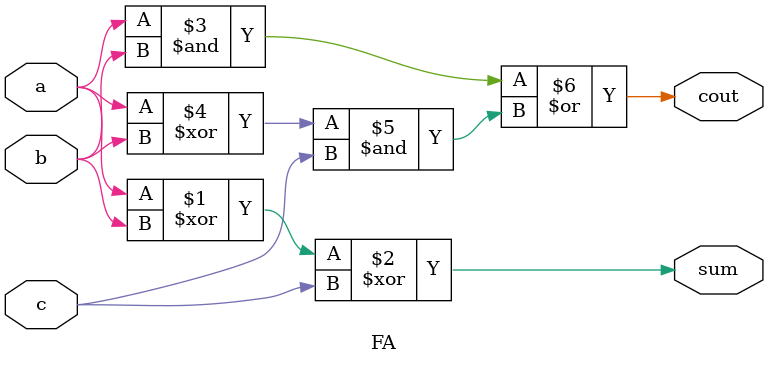
<source format=v>
`timescale  1ns/1ns

module FA(a, b, c, cout, sum);

input a, b, c;
output cout, sum;

assign sum = a ^ b ^ c;
assign cout = (a & b) | ((a ^ b) & c);


endmodule
</source>
